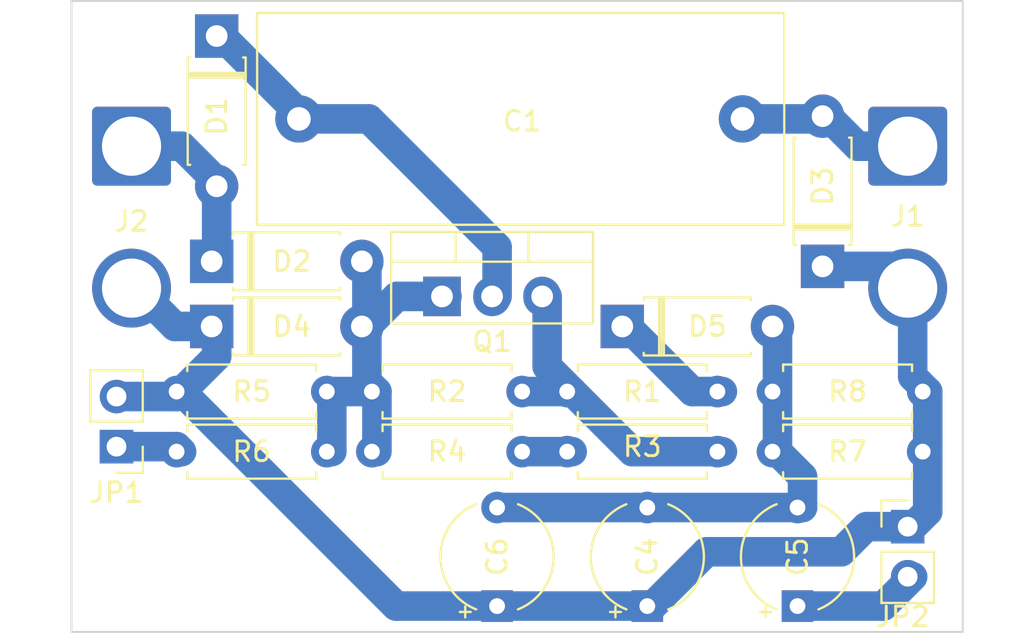
<source format=kicad_pcb>
(kicad_pcb (version 20221018) (generator pcbnew)
  (layers (0 "F.Cu" signal) (31 "B.Cu" signal) (34 "B.Paste" user) (35 "F.Paste" user) (36 "B.SilkS" user "B.Silkscreen") (37 "F.SilkS" user "F.Silkscreen") (38 "B.Mask" user) (39 "F.Mask" user) (44 "Edge.Cuts" user))
  (net 0 "")
  (net 1 "Net-(D1-K)")
  (net 2 "Net-(D3-A)")
  (net 3 "Net-(D5-A)")
  (net 4 "GND")
  (net 5 "Net-(JP2-B)")
  (net 6 "Net-(D1-A)")
  (net 7 "Net-(D2-A)")
  (net 8 "Net-(D5-K)")
  (net 9 "Net-(JP1-A)")
  (net 10 "Net-(Q1-G)")
  (net 11 "Net-(R3-Pad1)")
  (footprint "Resistor_THT:R_Axial_DIN0207_L6.3mm_D2.5mm_P7.62mm_Horizontal" (layer "F.Cu") (at 160.02 85.598 180)
    (fp_text reference "R7" (at 3.81 0) (layer "F.SilkS"))
    (fp_text value "7.5k")
    (fp_line (start 0.54 -1.37) (end 7.08 -1.37) (stroke (width 0.12)) (layer "F.SilkS"))
    (fp_line (start 0.54 -1.04) (end 0.54 -1.37) (stroke (width 0.12)) (layer "F.SilkS"))
    (fp_line (start 0.54 1.04) (end 0.54 1.37) (stroke (width 0.12)) (layer "F.SilkS"))
    (fp_line (start 0.54 1.37) (end 7.08 1.37) (stroke (width 0.12)) (layer "F.SilkS"))
    (fp_line (start 7.08 -1.37) (end 7.08 -1.04) (stroke (width 0.12)) (layer "F.SilkS"))
    (fp_line (start 7.08 1.37) (end 7.08 1.04) (stroke (width 0.12)) (layer "F.SilkS"))
    (pad "1" thru_hole circle (at 0 0 180) (size 1.6 1.6) (drill 0.8) (layers "*.Cu" "*.Mask") (net 4 "GND"))
    (pad "2" thru_hole oval (at 7.62 0 180) (size 1.6 1.6) (drill 0.8) (layers "*.Cu" "*.Mask") (net 3 "Net-(D5-A)"))
  )
  (footprint "Resistor_THT:R_Axial_DIN0207_L6.3mm_D2.5mm_P7.62mm_Horizontal" (layer "F.Cu") (at 132.08 82.55)
    (fp_text reference "R2" (at 3.81 0) (layer "F.SilkS"))
    (fp_text value "22k")
    (fp_line (start 0.54 -1.37) (end 7.08 -1.37) (stroke (width 0.12)) (layer "F.SilkS"))
    (fp_line (start 0.54 -1.04) (end 0.54 -1.37) (stroke (width 0.12)) (layer "F.SilkS"))
    (fp_line (start 0.54 1.04) (end 0.54 1.37) (stroke (width 0.12)) (layer "F.SilkS"))
    (fp_line (start 0.54 1.37) (end 7.08 1.37) (stroke (width 0.12)) (layer "F.SilkS"))
    (fp_line (start 7.08 -1.37) (end 7.08 -1.04) (stroke (width 0.12)) (layer "F.SilkS"))
    (fp_line (start 7.08 1.37) (end 7.08 1.04) (stroke (width 0.12)) (layer "F.SilkS"))
    (pad "1" thru_hole circle (at 0 0) (size 1.6 1.6) (drill 0.8) (layers "*.Cu" "*.Mask") (net 7 "Net-(D2-A)"))
    (pad "2" thru_hole oval (at 7.62 0) (size 1.6 1.6) (drill 0.8) (layers "*.Cu" "*.Mask") (net 10 "Net-(Q1-G)"))
  )
  (footprint "Resistor_THT:R_Axial_DIN0207_L6.3mm_D2.5mm_P7.62mm_Horizontal" (layer "F.Cu") (at 132.08 85.598)
    (fp_text reference "R4" (at 3.81 0) (layer "F.SilkS"))
    (fp_text value "470")
    (fp_line (start 0.54 -1.37) (end 7.08 -1.37) (stroke (width 0.12)) (layer "F.SilkS"))
    (fp_line (start 0.54 -1.04) (end 0.54 -1.37) (stroke (width 0.12)) (layer "F.SilkS"))
    (fp_line (start 0.54 1.04) (end 0.54 1.37) (stroke (width 0.12)) (layer "F.SilkS"))
    (fp_line (start 0.54 1.37) (end 7.08 1.37) (stroke (width 0.12)) (layer "F.SilkS"))
    (fp_line (start 7.08 -1.37) (end 7.08 -1.04) (stroke (width 0.12)) (layer "F.SilkS"))
    (fp_line (start 7.08 1.37) (end 7.08 1.04) (stroke (width 0.12)) (layer "F.SilkS"))
    (pad "1" thru_hole circle (at 0 0) (size 1.6 1.6) (drill 0.8) (layers "*.Cu" "*.Mask") (net 7 "Net-(D2-A)"))
    (pad "2" thru_hole oval (at 7.62 0) (size 1.6 1.6) (drill 0.8) (layers "*.Cu" "*.Mask") (net 11 "Net-(R3-Pad1)"))
  )
  (footprint "Capacitor_THT:CP_Radial_Tantal_D5.5mm_P5.00mm" (layer "F.Cu") (at 138.43 93.432 90)
    (fp_text reference "C6" (at 2.5 0 90) (layer "F.SilkS"))
    (fp_text value "0.47u")
    (fp_line (start -0.572262 -1.615) (end -0.022262 -1.615) (stroke (width 0.12)) (layer "F.SilkS"))
    (fp_line (start -0.297262 -1.89) (end -0.297262 -1.34) (stroke (width 0.12)) (layer "F.SilkS"))
    (fp_arc (start -0.167077 -1.06) (mid 2.5 -2.87) (end 5.167077 -1.06) (stroke (width 0.12)) (layer "F.SilkS"))
    (fp_arc (start 5.167077 1.06) (mid 2.5 2.87) (end -0.167077 1.06) (stroke (width 0.12)) (layer "F.SilkS"))
    (pad "1" thru_hole rect (at 0 0 90) (size 1.6 1.6) (drill 0.8) (layers "*.Cu" "*.Mask") (net 4 "GND"))
    (pad "2" thru_hole circle (at 5 0 90) (size 1.6 1.6) (drill 0.8) (layers "*.Cu" "*.Mask") (net 3 "Net-(D5-A)"))
  )
  (footprint "Diode_THT:D_DO-41_SOD81_P7.62mm_Horizontal" (layer "F.Cu") (at 123.952 79.248)
    (fp_text reference "D4" (at 4.064 0) (layer "F.SilkS"))
    (fp_text value "1N4007")
    (fp_line (start 1.09 -1.47) (end 6.53 -1.47) (stroke (width 0.12)) (layer "F.SilkS"))
    (fp_line (start 1.09 -1.34) (end 1.09 -1.47) (stroke (width 0.12)) (layer "F.SilkS"))
    (fp_line (start 1.09 1.34) (end 1.09 1.47) (stroke (width 0.12)) (layer "F.SilkS"))
    (fp_line (start 1.09 1.47) (end 6.53 1.47) (stroke (width 0.12)) (layer "F.SilkS"))
    (fp_line (start 1.87 -1.47) (end 1.87 1.47) (stroke (width 0.12)) (layer "F.SilkS"))
    (fp_line (start 1.99 -1.47) (end 1.99 1.47) (stroke (width 0.12)) (layer "F.SilkS"))
    (fp_line (start 2.11 -1.47) (end 2.11 1.47) (stroke (width 0.12)) (layer "F.SilkS"))
    (fp_line (start 6.53 -1.47) (end 6.53 -1.34) (stroke (width 0.12)) (layer "F.SilkS"))
    (fp_line (start 6.53 1.47) (end 6.53 1.34) (stroke (width 0.12)) (layer "F.SilkS"))
    (pad "1" thru_hole rect (at 0 0) (size 2.2 2.2) (drill 1.1) (layers "*.Cu" "*.Mask") (net 4 "GND"))
    (pad "2" thru_hole oval (at 7.62 0) (size 2.2 2.2) (drill 1.1) (layers "*.Cu" "*.Mask") (net 7 "Net-(D2-A)"))
  )
  (footprint "Diode_THT:D_DO-41_SOD81_P7.62mm_Horizontal" (layer "F.Cu") (at 124.206 64.516 -90)
    (fp_text reference "D1" (at 4.064 0 -90) (layer "F.SilkS"))
    (fp_text value "1N4007")
    (fp_line (start 1.09 -1.47) (end 6.53 -1.47) (stroke (width 0.12)) (layer "F.SilkS"))
    (fp_line (start 1.09 -1.34) (end 1.09 -1.47) (stroke (width 0.12)) (layer "F.SilkS"))
    (fp_line (start 1.09 1.34) (end 1.09 1.47) (stroke (width 0.12)) (layer "F.SilkS"))
    (fp_line (start 1.09 1.47) (end 6.53 1.47) (stroke (width 0.12)) (layer "F.SilkS"))
    (fp_line (start 1.87 -1.47) (end 1.87 1.47) (stroke (width 0.12)) (layer "F.SilkS"))
    (fp_line (start 1.99 -1.47) (end 1.99 1.47) (stroke (width 0.12)) (layer "F.SilkS"))
    (fp_line (start 2.11 -1.47) (end 2.11 1.47) (stroke (width 0.12)) (layer "F.SilkS"))
    (fp_line (start 6.53 -1.47) (end 6.53 -1.34) (stroke (width 0.12)) (layer "F.SilkS"))
    (fp_line (start 6.53 1.47) (end 6.53 1.34) (stroke (width 0.12)) (layer "F.SilkS"))
    (pad "1" thru_hole rect (at 0 0 270) (size 2.2 2.2) (drill 1.1) (layers "*.Cu" "*.Mask") (net 1 "Net-(D1-K)"))
    (pad "2" thru_hole oval (at 7.62 0 270) (size 2.2 2.2) (drill 1.1) (layers "*.Cu" "*.Mask") (net 6 "Net-(D1-A)"))
  )
  (footprint "Connector_PinHeader_2.54mm:PinHeader_1x02_P2.54mm_Vertical" (layer "F.Cu") (at 159.258 89.403)
    (fp_text reference "JP2" (at -0.254 4.577) (layer "F.SilkS"))
    (fp_text value "Jumper_2_Open")
    (fp_line (start -1.33 -1.33) (end 0 -1.33) (stroke (width 0.12)) (layer "F.SilkS"))
    (fp_line (start -1.33 0) (end -1.33 -1.33) (stroke (width 0.12)) (layer "F.SilkS"))
    (fp_line (start -1.33 1.27) (end -1.33 3.87) (stroke (width 0.12)) (layer "F.SilkS"))
    (fp_line (start -1.33 1.27) (end 1.33 1.27) (stroke (width 0.12)) (layer "F.SilkS"))
    (fp_line (start -1.33 3.87) (end 1.33 3.87) (stroke (width 0.12)) (layer "F.SilkS"))
    (fp_line (start 1.33 1.27) (end 1.33 3.87) (stroke (width 0.12)) (layer "F.SilkS"))
    (pad "1" thru_hole rect (at 0 0) (size 1.7 1.7) (drill 1) (layers "*.Cu" "*.Mask") (net 4 "GND"))
    (pad "2" thru_hole oval (at 0 2.54) (size 1.7 1.7) (drill 1) (layers "*.Cu" "*.Mask") (net 5 "Net-(JP2-B)"))
  )
  (footprint "Diode_THT:D_DO-41_SOD81_P7.62mm_Horizontal" (layer "F.Cu") (at 154.94 76.2 90)
    (fp_text reference "D3" (at 4.064 0 90) (layer "F.SilkS"))
    (fp_text value "1N4007")
    (fp_line (start 1.09 -1.47) (end 6.53 -1.47) (stroke (width 0.12)) (layer "F.SilkS"))
    (fp_line (start 1.09 -1.34) (end 1.09 -1.47) (stroke (width 0.12)) (layer "F.SilkS"))
    (fp_line (start 1.09 1.34) (end 1.09 1.47) (stroke (width 0.12)) (layer "F.SilkS"))
    (fp_line (start 1.09 1.47) (end 6.53 1.47) (stroke (width 0.12)) (layer "F.SilkS"))
    (fp_line (start 1.87 -1.47) (end 1.87 1.47) (stroke (width 0.12)) (layer "F.SilkS"))
    (fp_line (start 1.99 -1.47) (end 1.99 1.47) (stroke (width 0.12)) (layer "F.SilkS"))
    (fp_line (start 2.11 -1.47) (end 2.11 1.47) (stroke (width 0.12)) (layer "F.SilkS"))
    (fp_line (start 6.53 -1.47) (end 6.53 -1.34) (stroke (width 0.12)) (layer "F.SilkS"))
    (fp_line (start 6.53 1.47) (end 6.53 1.34) (stroke (width 0.12)) (layer "F.SilkS"))
    (pad "1" thru_hole rect (at 0 0 90) (size 2.2 2.2) (drill 1.1) (layers "*.Cu" "*.Mask") (net 4 "GND"))
    (pad "2" thru_hole oval (at 7.62 0 90) (size 2.2 2.2) (drill 1.1) (layers "*.Cu" "*.Mask") (net 2 "Net-(D3-A)"))
  )
  (footprint "Connector_Wire:SolderWire-2.5sqmm_1x02_P7.2mm_D2.4mm_OD3.6mm" (layer "F.Cu") (at 159.258 70.104 -90)
    (fp_text reference "J1" (at 3.556 0 -180) (layer "F.SilkS"))
    (fp_text value "COIL")
    (pad "1" thru_hole roundrect (at 0 0 270) (size 4 4) (drill 3) (layers "*.Cu" "*.Mask") (roundrect_rratio 0.0625) (net 2 "Net-(D3-A)"))
    (pad "2" thru_hole circle (at 7.2 0 270) (size 4 4) (drill 3) (layers "*.Cu" "*.Mask") (net 4 "GND"))
  )
  (footprint "Resistor_THT:R_Axial_DIN0207_L6.3mm_D2.5mm_P7.62mm_Horizontal" (layer "F.Cu") (at 122.174 85.598)
    (fp_text reference "R6" (at 3.81 0) (layer "F.SilkS"))
    (fp_text value "120")
    (fp_line (start 0.54 -1.37) (end 7.08 -1.37) (stroke (width 0.12)) (layer "F.SilkS"))
    (fp_line (start 0.54 -1.04) (end 0.54 -1.37) (stroke (width 0.12)) (layer "F.SilkS"))
    (fp_line (start 0.54 1.04) (end 0.54 1.37) (stroke (width 0.12)) (layer "F.SilkS"))
    (fp_line (start 0.54 1.37) (end 7.08 1.37) (stroke (width 0.12)) (layer "F.SilkS"))
    (fp_line (start 7.08 -1.37) (end 7.08 -1.04) (stroke (width 0.12)) (layer "F.SilkS"))
    (fp_line (start 7.08 1.37) (end 7.08 1.04) (stroke (width 0.12)) (layer "F.SilkS"))
    (pad "1" thru_hole circle (at 0 0) (size 1.6 1.6) (drill 0.8) (layers "*.Cu" "*.Mask") (net 9 "Net-(JP1-A)"))
    (pad "2" thru_hole oval (at 7.62 0) (size 1.6 1.6) (drill 0.8) (layers "*.Cu" "*.Mask") (net 7 "Net-(D2-A)"))
  )
  (footprint "Connector_Wire:SolderWire-2.5sqmm_1x02_P7.2mm_D2.4mm_OD3.6mm" (layer "F.Cu") (at 119.888 70.104 -90)
    (fp_text reference "J2" (at 3.81 0 -180) (layer "F.SilkS"))
    (fp_text value "MAG")
    (pad "1" thru_hole roundrect (at 0 0 270) (size 4 4) (drill 3) (layers "*.Cu" "*.Mask") (roundrect_rratio 0.0625) (net 6 "Net-(D1-A)"))
    (pad "2" thru_hole circle (at 7.2 0 270) (size 4 4) (drill 3) (layers "*.Cu" "*.Mask") (net 4 "GND"))
  )
  (footprint "Diode_THT:D_DO-41_SOD81_P7.62mm_Horizontal" (layer "F.Cu") (at 144.78 79.248)
    (fp_text reference "D5" (at 4.318 0) (layer "F.SilkS"))
    (fp_text value "1N4007")
    (fp_line (start 1.09 -1.47) (end 6.53 -1.47) (stroke (width 0.12)) (layer "F.SilkS"))
    (fp_line (start 1.09 -1.34) (end 1.09 -1.47) (stroke (width 0.12)) (layer "F.SilkS"))
    (fp_line (start 1.09 1.34) (end 1.09 1.47) (stroke (width 0.12)) (layer "F.SilkS"))
    (fp_line (start 1.09 1.47) (end 6.53 1.47) (stroke (width 0.12)) (layer "F.SilkS"))
    (fp_line (start 1.87 -1.47) (end 1.87 1.47) (stroke (width 0.12)) (layer "F.SilkS"))
    (fp_line (start 1.99 -1.47) (end 1.99 1.47) (stroke (width 0.12)) (layer "F.SilkS"))
    (fp_line (start 2.11 -1.47) (end 2.11 1.47) (stroke (width 0.12)) (layer "F.SilkS"))
    (fp_line (start 6.53 -1.47) (end 6.53 -1.34) (stroke (width 0.12)) (layer "F.SilkS"))
    (fp_line (start 6.53 1.47) (end 6.53 1.34) (stroke (width 0.12)) (layer "F.SilkS"))
    (pad "1" thru_hole rect (at 0 0) (size 2.2 2.2) (drill 1.1) (layers "*.Cu" "*.Mask") (net 8 "Net-(D5-K)"))
    (pad "2" thru_hole oval (at 7.62 0) (size 2.2 2.2) (drill 1.1) (layers "*.Cu" "*.Mask") (net 3 "Net-(D5-A)"))
  )
  (footprint "Resistor_THT:R_Axial_DIN0207_L6.3mm_D2.5mm_P7.62mm_Horizontal" (layer "F.Cu") (at 141.986 82.55)
    (fp_text reference "R1" (at 3.81 0) (layer "F.SilkS"))
    (fp_text value "33")
    (fp_line (start 0.54 -1.37) (end 7.08 -1.37) (stroke (width 0.12)) (layer "F.SilkS"))
    (fp_line (start 0.54 -1.04) (end 0.54 -1.37) (stroke (width 0.12)) (layer "F.SilkS"))
    (fp_line (start 0.54 1.04) (end 0.54 1.37) (stroke (width 0.12)) (layer "F.SilkS"))
    (fp_line (start 0.54 1.37) (end 7.08 1.37) (stroke (width 0.12)) (layer "F.SilkS"))
    (fp_line (start 7.08 -1.37) (end 7.08 -1.04) (stroke (width 0.12)) (layer "F.SilkS"))
    (fp_line (start 7.08 1.37) (end 7.08 1.04) (stroke (width 0.12)) (layer "F.SilkS"))
    (pad "1" thru_hole circle (at 0 0) (size 1.6 1.6) (drill 0.8) (layers "*.Cu" "*.Mask") (net 10 "Net-(Q1-G)"))
    (pad "2" thru_hole oval (at 7.62 0) (size 1.6 1.6) (drill 0.8) (layers "*.Cu" "*.Mask") (net 8 "Net-(D5-K)"))
  )
  (footprint "Resistor_THT:R_Axial_DIN0207_L6.3mm_D2.5mm_P7.62mm_Horizontal" (layer "F.Cu") (at 122.174 82.55)
    (fp_text reference "R5" (at 3.81 0) (layer "F.SilkS"))
    (fp_text value "16")
    (fp_line (start 0.54 -1.37) (end 7.08 -1.37) (stroke (width 0.12)) (layer "F.SilkS"))
    (fp_line (start 0.54 -1.04) (end 0.54 -1.37) (stroke (width 0.12)) (layer "F.SilkS"))
    (fp_line (start 0.54 1.04) (end 0.54 1.37) (stroke (width 0.12)) (layer "F.SilkS"))
    (fp_line (start 0.54 1.37) (end 7.08 1.37) (stroke (width 0.12)) (layer "F.SilkS"))
    (fp_line (start 7.08 -1.37) (end 7.08 -1.04) (stroke (width 0.12)) (layer "F.SilkS"))
    (fp_line (start 7.08 1.37) (end 7.08 1.04) (stroke (width 0.12)) (layer "F.SilkS"))
    (pad "1" thru_hole circle (at 0 0) (size 1.6 1.6) (drill 0.8) (layers "*.Cu" "*.Mask") (net 4 "GND"))
    (pad "2" thru_hole oval (at 7.62 0) (size 1.6 1.6) (drill 0.8) (layers "*.Cu" "*.Mask") (net 7 "Net-(D2-A)"))
  )
  (footprint "Capacitor_THT:C_Rect_L26.5mm_W10.5mm_P22.50mm_MKS4" (layer "F.Cu") (at 128.378 68.72)
    (fp_text reference "C1" (at 11.322 0.114) (layer "F.SilkS"))
    (fp_text value "1u")
    (fp_line (start -2.12 -5.37) (end -2.12 5.37) (stroke (width 0.12)) (layer "F.SilkS"))
    (fp_line (start -2.12 -5.37) (end 24.62 -5.37) (stroke (width 0.12)) (layer "F.SilkS"))
    (fp_line (start -2.12 5.37) (end 24.62 5.37) (stroke (width 0.12)) (layer "F.SilkS"))
    (fp_line (start 24.62 -5.37) (end 24.62 5.37) (stroke (width 0.12)) (layer "F.SilkS"))
    (pad "1" thru_hole circle (at 0 0) (size 2.4 2.4) (drill 1.2) (layers "*.Cu" "*.Mask") (net 1 "Net-(D1-K)"))
    (pad "2" thru_hole circle (at 22.5 0) (size 2.4 2.4) (drill 1.2) (layers "*.Cu" "*.Mask") (net 2 "Net-(D3-A)"))
  )
  (footprint "Capacitor_THT:CP_Radial_Tantal_D5.5mm_P5.00mm" (layer "F.Cu") (at 153.67 93.432 90)
    (fp_text reference "C5" (at 2.5 0 90) (layer "F.SilkS"))
    (fp_text value "0.47u")
    (fp_line (start -0.572262 -1.615) (end -0.022262 -1.615) (stroke (width 0.12)) (layer "F.SilkS"))
    (fp_line (start -0.297262 -1.89) (end -0.297262 -1.34) (stroke (width 0.12)) (layer "F.SilkS"))
    (fp_arc (start -0.167077 -1.06) (mid 2.5 -2.87) (end 5.167077 -1.06) (stroke (width 0.12)) (layer "F.SilkS"))
    (fp_arc (start 5.167077 1.06) (mid 2.5 2.87) (end -0.167077 1.06) (stroke (width 0.12)) (layer "F.SilkS"))
    (pad "1" thru_hole rect (at 0 0 90) (size 1.6 1.6) (drill 0.8) (layers "*.Cu" "*.Mask") (net 5 "Net-(JP2-B)"))
    (pad "2" thru_hole circle (at 5 0 90) (size 1.6 1.6) (drill 0.8) (layers "*.Cu" "*.Mask") (net 3 "Net-(D5-A)"))
  )
  (footprint "Capacitor_THT:CP_Radial_Tantal_D5.5mm_P5.00mm" (layer "F.Cu") (at 146.05 93.432 90)
    (fp_text reference "C4" (at 2.5 0 90) (layer "F.SilkS"))
    (fp_text value "4.7u")
    (fp_line (start -0.572262 -1.615) (end -0.022262 -1.615) (stroke (width 0.12)) (layer "F.SilkS"))
    (fp_line (start -0.297262 -1.89) (end -0.297262 -1.34) (stroke (width 0.12)) (layer "F.SilkS"))
    (fp_arc (start -0.167077 -1.06) (mid 2.5 -2.87) (end 5.167077 -1.06) (stroke (width 0.12)) (layer "F.SilkS"))
    (fp_arc (start 5.167077 1.06) (mid 2.5 2.87) (end -0.167077 1.06) (stroke (width 0.12)) (layer "F.SilkS"))
    (pad "1" thru_hole rect (at 0 0 90) (size 1.6 1.6) (drill 0.8) (layers "*.Cu" "*.Mask") (net 4 "GND"))
    (pad "2" thru_hole circle (at 5 0 90) (size 1.6 1.6) (drill 0.8) (layers "*.Cu" "*.Mask") (net 3 "Net-(D5-A)"))
  )
  (footprint "Resistor_THT:R_Axial_DIN0207_L6.3mm_D2.5mm_P7.62mm_Horizontal" (layer "F.Cu") (at 160.02 82.55 180)
    (fp_text reference "R8" (at 3.81 0) (layer "F.SilkS"))
    (fp_text value "680")
    (fp_line (start 0.54 -1.37) (end 7.08 -1.37) (stroke (width 0.12)) (layer "F.SilkS"))
    (fp_line (start 0.54 -1.04) (end 0.54 -1.37) (stroke (width 0.12)) (layer "F.SilkS"))
    (fp_line (start 0.54 1.04) (end 0.54 1.37) (stroke (width 0.12)) (layer "F.SilkS"))
    (fp_line (start 0.54 1.37) (end 7.08 1.37) (stroke (width 0.12)) (layer "F.SilkS"))
    (fp_line (start 7.08 -1.37) (end 7.08 -1.04) (stroke (width 0.12)) (layer "F.SilkS"))
    (fp_line (start 7.08 1.37) (end 7.08 1.04) (stroke (width 0.12)) (layer "F.SilkS"))
    (pad "1" thru_hole circle (at 0 0 180) (size 1.6 1.6) (drill 0.8) (layers "*.Cu" "*.Mask") (net 4 "GND"))
    (pad "2" thru_hole oval (at 7.62 0 180) (size 1.6 1.6) (drill 0.8) (layers "*.Cu" "*.Mask") (net 3 "Net-(D5-A)"))
  )
  (footprint "Package_TO_SOT_THT:TO-220-3_Vertical" (layer "F.Cu") (at 135.636 77.724)
    (fp_text reference "Q1" (at 2.54 2.286) (layer "F.SilkS"))
    (fp_text value "TIC106")
    (fp_line (start -2.58 -3.27) (end -2.58 1.371) (stroke (width 0.12)) (layer "F.SilkS"))
    (fp_line (start -2.58 -3.27) (end 7.66 -3.27) (stroke (width 0.12)) (layer "F.SilkS"))
    (fp_line (start -2.58 -1.76) (end 7.66 -1.76) (stroke (width 0.12)) (layer "F.SilkS"))
    (fp_line (start -2.58 1.371) (end 7.66 1.371) (stroke (width 0.12)) (layer "F.SilkS"))
    (fp_line (start 0.69 -3.27) (end 0.69 -1.76) (stroke (width 0.12)) (layer "F.SilkS"))
    (fp_line (start 4.391 -3.27) (end 4.391 -1.76) (stroke (width 0.12)) (layer "F.SilkS"))
    (fp_line (start 7.66 -3.27) (end 7.66 1.371) (stroke (width 0.12)) (layer "F.SilkS"))
    (pad "1" thru_hole rect (at 0 0) (size 1.905 2) (drill 1.1) (layers "*.Cu" "*.Mask") (net 7 "Net-(D2-A)"))
    (pad "2" thru_hole oval (at 2.54 0) (size 1.905 2) (drill 1.1) (layers "*.Cu" "*.Mask") (net 1 "Net-(D1-K)"))
    (pad "3" thru_hole oval (at 5.08 0) (size 1.905 2) (drill 1.1) (layers "*.Cu" "*.Mask") (net 10 "Net-(Q1-G)"))
  )
  (footprint "Connector_PinHeader_2.54mm:PinHeader_1x02_P2.54mm_Vertical" (layer "F.Cu") (at 119.126 85.344 180)
    (fp_text reference "JP1" (at 0 -2.33) (layer "F.SilkS"))
    (fp_text value "Jumper_2_Open")
    (fp_line (start -1.33 -1.33) (end 0 -1.33) (stroke (width 0.12)) (layer "F.SilkS"))
    (fp_line (start -1.33 0) (end -1.33 -1.33) (stroke (width 0.12)) (layer "F.SilkS"))
    (fp_line (start -1.33 1.27) (end -1.33 3.87) (stroke (width 0.12)) (layer "F.SilkS"))
    (fp_line (start -1.33 1.27) (end 1.33 1.27) (stroke (width 0.12)) (layer "F.SilkS"))
    (fp_line (start -1.33 3.87) (end 1.33 3.87) (stroke (width 0.12)) (layer "F.SilkS"))
    (fp_line (start 1.33 1.27) (end 1.33 3.87) (stroke (width 0.12)) (layer "F.SilkS"))
    (pad "1" thru_hole rect (at 0 0 180) (size 1.7 1.7) (drill 1) (layers "*.Cu" "*.Mask") (net 9 "Net-(JP1-A)"))
    (pad "2" thru_hole oval (at 0 2.54 180) (size 1.7 1.7) (drill 1) (layers "*.Cu" "*.Mask") (net 4 "GND"))
  )
  (footprint "Resistor_THT:R_Axial_DIN0207_L6.3mm_D2.5mm_P7.62mm_Horizontal" (layer "F.Cu") (at 141.986 85.598)
    (fp_text reference "R3" (at 3.81 -0.254) (layer "F.SilkS"))
    (fp_text value "1k")
    (fp_line (start 0.54 -1.37) (end 7.08 -1.37) (stroke (width 0.12)) (layer "F.SilkS"))
    (fp_line (start 0.54 -1.04) (end 0.54 -1.37) (stroke (width 0.12)) (layer "F.SilkS"))
    (fp_line (start 0.54 1.04) (end 0.54 1.37) (stroke (width 0.12)) (layer "F.SilkS"))
    (fp_line (start 0.54 1.37) (end 7.08 1.37) (stroke (width 0.12)) (layer "F.SilkS"))
    (fp_line (start 7.08 -1.37) (end 7.08 -1.04) (stroke (width 0.12)) (layer "F.SilkS"))
    (fp_line (start 7.08 1.37) (end 7.08 1.04) (stroke (width 0.12)) (layer "F.SilkS"))
    (pad "1" thru_hole circle (at 0 0) (size 1.6 1.6) (drill 0.8) (layers "*.Cu" "*.Mask") (net 11 "Net-(R3-Pad1)"))
    (pad "2" thru_hole oval (at 7.62 0) (size 1.6 1.6) (drill 0.8) (layers "*.Cu" "*.Mask") (net 10 "Net-(Q1-G)"))
  )
  (footprint "Diode_THT:D_DO-41_SOD81_P7.62mm_Horizontal" (layer "F.Cu") (at 123.952 75.946)
    (fp_text reference "D2" (at 4.064 0) (layer "F.SilkS"))
    (fp_text value "1N4007")
    (fp_line (start 1.09 -1.47) (end 6.53 -1.47) (stroke (width 0.12)) (layer "F.SilkS"))
    (fp_line (start 1.09 -1.34) (end 1.09 -1.47) (stroke (width 0.12)) (layer "F.SilkS"))
    (fp_line (start 1.09 1.34) (end 1.09 1.47) (stroke (width 0.12)) (layer "F.SilkS"))
    (fp_line (start 1.09 1.47) (end 6.53 1.47) (stroke (width 0.12)) (layer "F.SilkS"))
    (fp_line (start 1.87 -1.47) (end 1.87 1.47) (stroke (width 0.12)) (layer "F.SilkS"))
    (fp_line (start 1.99 -1.47) (end 1.99 1.47) (stroke (width 0.12)) (layer "F.SilkS"))
    (fp_line (start 2.11 -1.47) (end 2.11 1.47) (stroke (width 0.12)) (layer "F.SilkS"))
    (fp_line (start 6.53 -1.47) (end 6.53 -1.34) (stroke (width 0.12)) (layer "F.SilkS"))
    (fp_line (start 6.53 1.47) (end 6.53 1.34) (stroke (width 0.12)) (layer "F.SilkS"))
    (pad "1" thru_hole rect (at 0 0) (size 2.2 2.2) (drill 1.1) (layers "*.Cu" "*.Mask") (net 6 "Net-(D1-A)"))
    (pad "2" thru_hole oval (at 7.62 0) (size 2.2 2.2) (drill 1.1) (layers "*.Cu" "*.Mask") (net 7 "Net-(D2-A)"))
  )
  (gr_rect (start 116.84 62.738) (end 162.052 94.742) (stroke (width 0.1)) (fill none) (layer "Edge.Cuts"))
  (segment (start 131.926 68.72) (end 128.632 68.72) (width 1.5) (layer "B.Cu") (net 1))
  (segment (start 128.632 68.688) (end 124.46 64.516) (width 1.5) (layer "B.Cu") (net 1))
  (segment (start 138.43 75.224) (end 131.926 68.72) (width 1.5) (layer "B.Cu") (net 1))
  (segment (start 138.43 77.724) (end 138.43 75.224) (width 1.5) (layer "B.Cu") (net 1))
  (segment (start 159.512 70.104) (end 156.718 70.104) (width 1.5) (layer "B.Cu") (net 2))
  (segment (start 151.132 68.72) (end 155.054 68.72) (width 1.5) (layer "B.Cu") (net 2))
  (segment (start 156.718 70.104) (end 155.194 68.58) (width 1.5) (layer "B.Cu") (net 2))
  (segment (start 138.684 88.432) (end 153.924 88.432) (width 1.5) (layer "B.Cu") (net 3))
  (segment (start 153.924 86.868) (end 152.654 85.598) (width 1.5) (layer "B.Cu") (net 3))
  (segment (start 153.924 88.432) (end 153.924 86.868) (width 1.5) (layer "B.Cu") (net 3))
  (segment (start 152.654 79.248) (end 152.654 85.598) (width 1.5) (layer "B.Cu") (net 3))
  (segment (start 122.086 79.248) (end 124.206 79.248) (width 1.5) (layer "B.Cu") (net 4))
  (segment (start 138.684 93.432) (end 133.31 93.432) (width 1.5) (layer "B.Cu") (net 4))
  (segment (start 159.512 81.788) (end 160.274 82.55) (width 1.5) (layer "B.Cu") (net 4))
  (segment (start 160.274 85.598) (end 160.274 88.641) (width 1.5) (layer "B.Cu") (net 4))
  (segment (start 119.38 82.804) (end 122.174 82.804) (width 1.5) (layer "B.Cu") (net 4))
  (segment (start 157.162 89.403) (end 155.887 90.678) (width 1.5) (layer "B.Cu") (net 4))
  (segment (start 159.512 89.403) (end 157.162 89.403) (width 1.5) (layer "B.Cu") (net 4))
  (segment (start 146.304 93.432) (end 138.684 93.432) (width 1.5) (layer "B.Cu") (net 4))
  (segment (start 120.142 77.304) (end 122.086 79.248) (width 1.5) (layer "B.Cu") (net 4))
  (segment (start 155.194 76.2) (end 158.408 76.2) (width 1.5) (layer "B.Cu") (net 4))
  (segment (start 124.206 79.248) (end 124.206 80.772) (width 1.5) (layer "B.Cu") (net 4))
  (segment (start 149.058 90.678) (end 146.304 93.432) (width 1.5) (layer "B.Cu") (net 4))
  (segment (start 160.274 85.598) (end 160.274 82.55) (width 1.5) (layer "B.Cu") (net 4))
  (segment (start 158.408 76.2) (end 159.512 77.304) (width 1.5) (layer "B.Cu") (net 4))
  (segment (start 133.31 93.432) (end 122.428 82.55) (width 1.5) (layer "B.Cu") (net 4))
  (segment (start 159.512 77.304) (end 159.512 81.788) (width 1.5) (layer "B.Cu") (net 4))
  (segment (start 122.174 82.804) (end 122.428 82.55) (width 1.5) (layer "B.Cu") (net 4))
  (segment (start 160.274 88.641) (end 159.512 89.403) (width 1.5) (layer "B.Cu") (net 4))
  (segment (start 155.887 90.678) (end 149.058 90.678) (width 1.5) (layer "B.Cu") (net 4))
  (segment (start 124.206 80.772) (end 122.428 82.55) (width 1.5) (layer "B.Cu") (net 4))
  (segment (start 158.023 93.432) (end 153.924 93.432) (width 1.5) (layer "B.Cu") (net 5))
  (segment (start 159.512 91.943) (end 158.023 93.432) (width 1.5) (layer "B.Cu") (net 5))
  (segment (start 122.428 70.104) (end 124.46 72.136) (width 1.5) (layer "B.Cu") (net 6))
  (segment (start 120.142 70.104) (end 122.428 70.104) (width 1.5) (layer "B.Cu") (net 6))
  (segment (start 124.206 75.946) (end 124.206 72.39) (width 1.5) (layer "B.Cu") (net 6))
  (segment (start 132.334 85.598) (end 132.334 82.55) (width 1.5) (layer "B.Cu") (net 7))
  (segment (start 133.35 77.724) (end 131.826 79.248) (width 1.5) (layer "B.Cu") (net 7))
  (segment (start 130.048 82.55) (end 130.048 85.598) (width 1.5) (layer "B.Cu") (net 7))
  (segment (start 135.89 77.724) (end 133.35 77.724) (width 1.5) (layer "B.Cu") (net 7))
  (segment (start 131.826 79.248) (end 131.826 82.042) (width 1.5) (layer "B.Cu") (net 7))
  (segment (start 131.826 82.042) (end 132.334 82.55) (width 1.5) (layer "B.Cu") (net 7))
  (segment (start 131.826 75.946) (end 131.826 79.248) (width 1.5) (layer "B.Cu") (net 7))
  (segment (start 132.334 82.55) (end 130.048 82.55) (width 1.5) (layer "B.Cu") (net 7))
  (segment (start 149.86 82.55) (end 148.336 82.55) (width 1.5) (layer "B.Cu") (net 8))
  (segment (start 148.336 82.55) (end 145.034 79.248) (width 1.5) (layer "B.Cu") (net 8))
  (segment (start 119.38 85.344) (end 122.174 85.344) (width 1.5) (layer "B.Cu") (net 9))
  (segment (start 122.174 85.344) (end 122.428 85.598) (width 1.5) (layer "B.Cu") (net 9))
  (segment (start 140.97 77.724) (end 140.97 81.28) (width 1.5) (layer "B.Cu") (net 10))
  (segment (start 149.86 85.598) (end 145.288 85.598) (width 1.5) (layer "B.Cu") (net 10))
  (segment (start 142.24 82.55) (end 139.954 82.55) (width 1.5) (layer "B.Cu") (net 10))
  (segment (start 140.97 81.28) (end 142.24 82.55) (width 1.5) (layer "B.Cu") (net 10))
  (segment (start 145.288 85.598) (end 142.24 82.55) (width 1.5) (layer "B.Cu") (net 10))
  (segment (start 139.954 85.598) (end 142.24 85.598) (width 1.5) (layer "B.Cu") (net 11))
)
</source>
